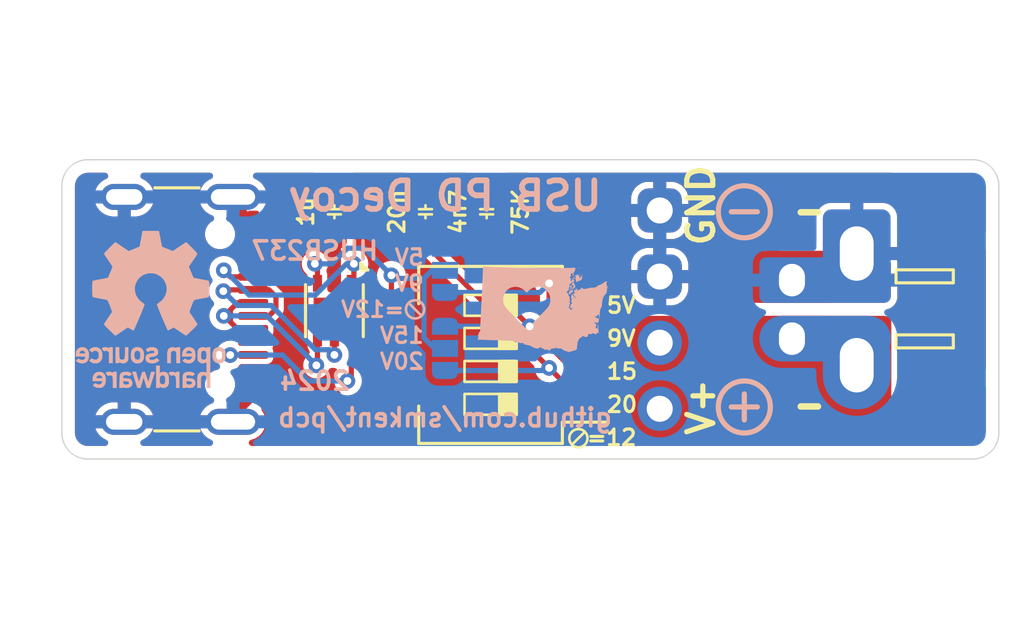
<source format=kicad_pcb>
(kicad_pcb (version 20240108) (generator "pcbnew") (generator_version "8.0")
  (layers (0 "F.Cu" signal) (31 "B.Cu" signal) (34 "B.Paste" user) (35 "F.Paste" user) (36 "B.SilkS" user "B.Silkscreen") (37 "F.SilkS" user "F.Silkscreen") (38 "B.Mask" user) (39 "F.Mask" user) (44 "Edge.Cuts" user))
  (net 0 "")
  (net 1 "VCC")
  (net 2 "Net-(J1-CC1)")
  (net 3 "Net-(J1-CC2)")
  (net 4 "Net-(U1-D-)")
  (net 6 "Net-(U1-D+)")
  (net 8 "15V_SELECT")
  (net 9 "20V_SELECT")
  (net 10 "Net-(JP1-C)")
  (net 11 "9V_SELECT")
  (net 12 "GND")
  (footprint "Package_DFN_QFN:DFN-6-1EP_2x2mm_P0.65mm_EP1x1.6mm" (layer "F.Cu") (at 117 70.05 -90)
    (property "Reference" "U1" (hide yes))
    (property "Value" "HUSB237")
    (pad "1" smd rect (at -1.05 -0.65 270) (size 0.65 0.35) (layers "F.Cu" "F.Paste" "F.Mask") (net 2 "Net-(J1-CC1)"))
    (pad "2" smd rect (at -1.05 0 270) (size 0.65 0.35) (layers "F.Cu" "F.Paste" "F.Mask") (net 1 "VCC"))
    (pad "3" smd rect (at -1.05 0.65 270) (size 0.65 0.35) (layers "F.Cu" "F.Paste" "F.Mask") (net 10 "Net-(JP1-C)"))
    (pad "4" smd rect (at 1.05 0.65 270) (size 0.65 0.35) (layers "F.Cu" "F.Paste" "F.Mask") (net 6 "Net-(U1-D+)"))
    (pad "5" smd rect (at 1.05 0 270) (size 0.65 0.35) (layers "F.Cu" "F.Paste" "F.Mask") (net 4 "Net-(U1-D-)"))
    (pad "6" smd rect (at 1.05 -0.65 270) (size 0.65 0.35) (layers "F.Cu" "F.Paste" "F.Mask") (net 3 "Net-(J1-CC2)"))
    (pad "7" smd rect (at 0 0 270) (size 1 1.6) (layers "F.Cu" "F.Mask") (net 12 "GND"))
  )
  (footprint "custom:Conn_Combo_TerminalBlock_JST-1x02-XH_PH-pad2gnd" (layer "F.Cu") (at 134.58 70 90)
    (property "Reference" "J2" (hide yes))
    (property "Value" "Connectors")
    (pad "1" thru_hole oval (at -2.145 2.4892 90) (size 3.39 2.6) (drill oval 2.09 1.3) (layers "*.Cu" "*.Mask") (net 1 "VCC"))
    (pad "1" smd roundrect (at -1.25 -0.75 90) (size 2 5) (layers "F.Cu" "F.Paste" "F.Mask") (net 1 "VCC"))
    (pad "1" thru_hole oval (at -1.125 0 90) (size 1.75 5.05) (drill oval 1.25 1 (offset 0 1.275)) (layers "*.Cu" "*.Mask") (net 1 "VCC"))
    (pad "2" thru_hole roundrect (at 1.125 0 90) (size 1.75 5.05) (drill oval 1.25 1 (offset 0 1.275)) (layers "*.Cu" "*.Mask") (roundrect_rratio 0.1428571429) (net 12 "GND"))
    (pad "2" smd roundrect (at 1.25 -0.75 90) (size 2 5) (layers "F.Cu" "F.Paste" "F.Mask") (net 12 "GND"))
    (pad "2" thru_hole roundrect (at 2.145 2.4892 90) (size 3.39 2.6) (drill oval 2.09 1.3) (layers "*.Cu" "*.Mask") (roundrect_rratio 0.125) (net 12 "GND"))
    (pad "MP" smd roundrect (at -3.85 5.75 90) (size 2.5 3.4) (layers "F.Cu" "F.Paste" "F.Mask") (roundrect_rratio 0.166667) (net 12 "GND"))
    (pad "MP" smd roundrect (at 3.85 5.75 90) (size 2.5 3.4) (layers "F.Cu" "F.Paste" "F.Mask") (roundrect_rratio 0.166667) (net 12 "GND"))
  )
  (footprint "custom:R_0603_1608Metric_Pad0.98x0.95mm_HandSolder_simple" (layer "F.Cu") (at 125.25 66.25 90)
    (property "Reference" "R1" (hide yes))
    (property "Value" "75K")
    (pad "1" smd roundrect (at -0.9125 0 90) (size 0.975 0.95) (layers "F.Cu" "F.Paste" "F.Mask") (net 11 "9V_SELECT"))
    (pad "2" smd roundrect (at 0.9125 0 90) (size 0.975 0.95) (layers "F.Cu" "F.Paste" "F.Mask") (net 12 "GND"))
  )
  (footprint "custom:C_0603_1608Metric_Pad1.08x0.95mm_HandSolder" (layer "F.Cu") (at 117 66.25 90)
    (property "Reference" "C0" (hide yes))
    (property "Value" "1u")
    (pad "1" smd roundrect (at -0.8625 0 90) (size 1.075 0.95) (layers "F.Cu" "F.Paste" "F.Mask") (net 1 "VCC"))
    (pad "2" smd roundrect (at 0.8625 0 90) (size 1.075 0.95) (layers "F.Cu" "F.Paste" "F.Mask") (net 12 "GND"))
  )
  (footprint "custom:C_0603_1608Metric_Pad1.08x0.95mm_HandSolder" (layer "F.Cu") (at 122.85 66.25 90)
    (property "Reference" "C1" (hide yes))
    (property "Value" "4n7")
    (pad "1" smd roundrect (at -0.8625 0 90) (size 1.075 0.95) (layers "F.Cu" "F.Paste" "F.Mask") (net 8 "15V_SELECT"))
    (pad "2" smd roundrect (at 0.8625 0 90) (size 1.075 0.95) (layers "F.Cu" "F.Paste" "F.Mask") (net 12 "GND"))
  )
  (footprint "connectors:USB-C-Receptacle-16P-TopMount-Horizontal" (layer "F.Cu") (at 110 70 -90)
    (property "Reference" "J1" (hide yes))
    (property "Value" "USB_C_Receptacle_USB2.0_16P")
    (pad "" np_thru_hole circle (at -2.89 -2.605 270) (size 0.65 0.65) (drill 0.65) (layers "F&B.Cu" "*.Mask"))
    (pad "" np_thru_hole circle (at 2.89 -2.605 270) (size 0.65 0.65) (drill 0.65) (layers "F&B.Cu" "*.Mask"))
    (pad "A1" smd roundrect (at -3.2 -3.88 270) (size 0.6 1.15) (layers "F.Cu" "F.Paste" "F.Mask") (net 12 "GND"))
    (pad "A4" smd roundrect (at -2.4 -3.88 270) (size 0.6 1.15) (layers "F.Cu" "F.Paste" "F.Mask") (net 1 "VCC"))
    (pad "A5" smd roundrect (at -1.25 -3.88 270) (size 0.3 1.15) (layers "F.Cu" "F.Paste" "F.Mask") (net 2 "Net-(J1-CC1)"))
    (pad "A6" smd roundrect (at -0.25 -3.88 270) (size 0.3 1.15) (layers "F.Cu" "F.Paste" "F.Mask") (net 6 "Net-(U1-D+)"))
    (pad "A7" smd roundrect (at 0.25 -3.88 270) (size 0.3 1.15) (layers "F.Cu" "F.Paste" "F.Mask") (net 4 "Net-(U1-D-)"))
    (pad "A8" smd roundrect (at 1.25 -3.88 270) (size 0.3 1.15) (layers "F.Cu" "F.Paste" "F.Mask"))
    (pad "A9" smd roundrect (at 2.4 -3.88 270) (size 0.6 1.15) (layers "F.Cu" "F.Paste" "F.Mask") (net 1 "VCC"))
    (pad "A12" smd roundrect (at 3.2 -3.88 270) (size 0.6 1.15) (layers "F.Cu" "F.Paste" "F.Mask") (net 12 "GND"))
    (pad "B1" smd roundrect (at 3.2 -3.88 270) (size 0.6 1.15) (layers "F.Cu" "F.Paste" "F.Mask") (net 12 "GND"))
    (pad "B4" smd roundrect (at 2.4 -3.88 270) (size 0.6 1.15) (layers "F.Cu" "F.Paste" "F.Mask") (net 1 "VCC"))
    (pad "B5" smd roundrect (at 1.75 -3.88 270) (size 0.3 1.15) (layers "F.Cu" "F.Paste" "F.Mask") (net 3 "Net-(J1-CC2)"))
    (pad "B6" smd roundrect (at 0.75 -3.88 270) (size 0.3 1.15) (layers "F.Cu" "F.Paste" "F.Mask") (net 6 "Net-(U1-D+)"))
    (pad "B7" smd roundrect (at -0.75 -3.88 270) (size 0.3 1.15) (layers "F.Cu" "F.Paste" "F.Mask") (net 4 "Net-(U1-D-)"))
    (pad "B8" smd roundrect (at -1.75 -3.88 270) (size 0.3 1.15) (layers "F.Cu" "F.Paste" "F.Mask"))
    (pad "B9" smd roundrect (at -2.4 -3.88 270) (size 0.6 1.15) (layers "F.Cu" "F.Paste" "F.Mask") (net 1 "VCC"))
    (pad "B12" smd roundrect (at -3.2 -3.88 270) (size 0.6 1.15) (layers "F.Cu" "F.Paste" "F.Mask") (net 12 "GND"))
    (pad "S1" thru_hole oval (at -4.32 -3.105 270) (size 1 2.1) (drill oval 0.6 1.7) (layers "*.Cu" "*.Mask" "F.Paste") (net 12 "GND"))
    (pad "S1" thru_hole oval (at -4.32 1.075 270) (size 1 1.8) (drill oval 0.6 1.4) (layers "*.Cu" "*.Mask" "F.Paste") (net 12 "GND"))
    (pad "S1" thru_hole oval (at 4.32 -3.105 270) (size 1 2.1) (drill oval 0.6 1.7) (layers "*.Cu" "*.Mask" "F.Paste") (net 12 "GND"))
    (pad "S1" thru_hole oval (at 4.32 1.075 270) (size 1 1.8) (drill oval 0.6 1.4) (layers "*.Cu" "*.Mask" "F.Paste") (net 12 "GND"))
  )
  (footprint "custom:C_0603_1608Metric_Pad1.08x0.95mm_HandSolder" (layer "F.Cu") (at 120.5 66.25 90)
    (property "Reference" "C2" (hide yes))
    (property "Value" "20n")
    (pad "1" smd roundrect (at -0.8625 0 90) (size 1.075 0.95) (layers "F.Cu" "F.Paste" "F.Mask") (net 9 "20V_SELECT"))
    (pad "2" smd roundrect (at 0.8625 0 90) (size 1.075 0.95) (layers "F.Cu" "F.Paste" "F.Mask") (net 12 "GND"))
  )
  (footprint "aliexpress:SW_DIP_SPSTx04_Slide_P1.27mm" (layer "F.Cu") (at 123 71.75 180)
    (property "Reference" "SW1" (hide yes))
    (property "Value" "DIP switch")
    (pad "1" smd roundrect (at -3.81 -1.905 180) (size 1.27 0.76) (layers "F.Cu" "F.Paste" "F.Mask") (net 9 "20V_SELECT"))
    (pad "2" smd roundrect (at -3.81 -0.635 180) (size 1.27 0.76) (layers "F.Cu" "F.Paste" "F.Mask") (net 8 "15V_SELECT"))
    (pad "3" smd roundrect (at -3.81 0.635 180) (size 1.27 0.76) (layers "F.Cu" "F.Paste" "F.Mask") (net 11 "9V_SELECT"))
    (pad "4" smd roundrect (at -3.81 1.905 180) (size 1.27 0.76) (layers "F.Cu" "F.Paste" "F.Mask") (net 12 "GND"))
    (pad "5" smd roundrect (at 3.81 1.905 180) (size 1.27 0.76) (layers "F.Cu" "F.Paste" "F.Mask") (net 10 "Net-(JP1-C)"))
    (pad "6" smd roundrect (at 3.81 0.635 180) (size 1.27 0.76) (layers "F.Cu" "F.Paste" "F.Mask") (net 10 "Net-(JP1-C)"))
    (pad "7" smd roundrect (at 3.81 -0.635 180) (size 1.27 0.76) (layers "F.Cu" "F.Paste" "F.Mask") (net 10 "Net-(JP1-C)"))
    (pad "8" smd roundrect (at 3.81 -1.905 180) (size 1.27 0.76) (layers "F.Cu" "F.Paste" "F.Mask") (net 10 "Net-(JP1-C)"))
  )
  (footprint "Symbol:OSHW-Logo_5.7x6mm_SilkScreen" (layer "B.Cu") (at 109.95 70 180)
    (property "Reference" "REF**" (hide yes))
    (property "Value" "OSHW-Logo_5.7x6mm_SilkScreen" (hide yes))
  )
  (footprint "graphics:wa-state-heart-5mm" (layer "B.Cu") (at 125 70 180)
    (property "Reference" "G***" (hide yes))
    (property "Value" "LOGO" (hide yes))
  )
  (footprint "custom:SolderJumper-3_P1.0mm_Open_RoundedPad_simple" (layer "B.Cu") (at 121.25 68.5 90)
    (property "Reference" "JP1" (hide yes))
    (property "Value" "Solder Jumpers")
    (pad "1" smd custom (at -0.85 0 90) (size 0.65 0.5) (layers "B.Cu" "B.Mask") (net 11 "9V_SELECT") (options (clearance outline) (anchor rect)) (primitives (gr_circle (center -0.075 -0.25) (end 0.175 -0.25) (width 0) (fill yes)) (gr_rect (start -0.075 -0.5) (end 0.325 0.5) (width 0) (fill yes)) (gr_circle (center -0.075 0.25) (end 0.175 0.25) (width 0) (fill yes))))
    (pad "2" smd rect (at 0 0 90) (size 0.65 1) (layers "B.Cu" "B.Mask") (net 10 "Net-(JP1-C)"))
    (pad "3" smd custom (at 0.85 0 270) (size 0.65 0.5) (layers "B.Cu" "B.Mask") (net 12 "GND") (options (clearance outline) (anchor rect)) (primitives (gr_circle (center -0.075 0.25) (end 0.175 0.25) (width 0) (fill yes)) (gr_rect (start -0.075 -0.5) (end 0.325 0.5) (width 0) (fill yes)) (gr_circle (center -0.075 -0.25) (end 0.175 -0.25) (width 0) (fill yes))))
  )
  (footprint "custom:SolderJumper-3_P1.0mm_Open_RoundedPad_simple" (layer "B.Cu") (at 121.25 71.5 90)
    (property "Reference" "JP2" (hide yes))
    (property "Value" "Solder Jumpers")
    (pad "1" smd custom (at -0.85 0 90) (size 0.65 0.5) (layers "B.Cu" "B.Mask") (net 9 "20V_SELECT") (options (clearance outline) (anchor rect)) (primitives (gr_circle (center -0.075 -0.25) (end 0.175 -0.25) (width 0) (fill yes)) (gr_rect (start -0.075 -0.5) (end 0.325 0.5) (width 0) (fill yes)) (gr_circle (center -0.075 0.25) (end 0.175 0.25) (width 0) (fill yes))))
    (pad "2" smd rect (at 0 0 90) (size 0.65 1) (layers "B.Cu" "B.Mask") (net 10 "Net-(JP1-C)"))
    (pad "3" smd custom (at 0.85 0 270) (size 0.65 0.5) (layers "B.Cu" "B.Mask") (net 8 "15V_SELECT") (options (clearance outline) (anchor rect)) (primitives (gr_circle (center -0.075 0.25) (end 0.175 0.25) (width 0) (fill yes)) (gr_rect (start -0.075 -0.5) (end 0.325 0.5) (width 0) (fill yes)) (gr_circle (center -0.075 -0.25) (end 0.175 -0.25) (width 0) (fill yes))))
  )
  (footprint "custom:PinHeader_1x04_P2.54mm_Vertical_simple_pad3,4gnd" (layer "B.Cu") (at 129.5 73.82)
    (property "Reference" "J3" (hide yes))
    (property "Value" "Pin headers")
    (pad "1" thru_hole oval (at 0 0) (size 1.7 1.7) (drill 1) (layers "*.Cu" "*.Mask") (net 1 "VCC"))
    (pad "2" thru_hole oval (at 0 -2.54) (size 1.7 1.7) (drill 1) (layers "*.Cu" "*.Mask") (net 1 "VCC"))
    (pad "3" thru_hole roundrect (at 0 -5.08) (size 1.7 1.7) (drill 1) (layers "*.Cu" "*.Mask") (net 12 "GND"))
    (pad "4" thru_hole roundrect (at 0 -7.62) (size 1.7 1.7) (drill 1) (layers "*.Cu" "*.Mask") (net 12 "GND"))
  )
  (gr_line (start 119.9 69.8) (end 120.3 70.2) (stroke (width 0.1)) (layer "B.SilkS"))
  (gr_line (start 133.25 66.25) (end 132.25 66.25) (stroke (width 0.2)) (layer "B.SilkS"))
  (gr_line (start 133.25 73.75) (end 132.25 73.75) (stroke (width 0.2)) (layer "B.SilkS"))
  (gr_circle (center 132.75 73.75) (end 132.75 74.75) (stroke (width 0.2)) (fill none) (layer "B.SilkS"))
  (gr_circle (center 120.1 70) (end 119.75 70) (stroke (width 0.1)) (fill none) (layer "B.SilkS"))
  (gr_line (start 132.75 73.25) (end 132.75 74.25) (stroke (width 0.2)) (layer "B.SilkS"))
  (gr_circle (center 132.75 66.25) (end 132.75 67.25) (stroke (width 0.2)) (fill none) (layer "B.SilkS"))
  (gr_circle (center 126.375 74.95) (end 126.725 74.95) (stroke (width 0.1)) (fill none) (layer "F.SilkS"))
  (gr_line (start 126.575 74.75) (end 126.175 75.15) (stroke (width 0.1)) (layer "F.SilkS"))
  (gr_line (start 141.53 75.75) (end 107.53 75.75) (stroke (width 0.05)) (layer "Edge.Cuts"))
  (gr_arc (start 106.53 65.25) (mid 106.822893 64.542893) (end 107.53 64.25) (stroke (width 0.05)) (layer "Edge.Cuts"))
  (gr_line (start 107.53 64.25) (end 141.53 64.25) (stroke (width 0.05)) (layer "Edge.Cuts"))
  (gr_arc (start 107.53 75.75) (mid 106.822893 75.457107) (end 106.53 74.75) (stroke (width 0.05)) (layer "Edge.Cuts"))
  (gr_line (start 106.53 74.75) (end 106.53 65.25) (stroke (width 0.05)) (layer "Edge.Cuts"))
  (gr_arc (start 142.53 74.75) (mid 142.237107 75.457107) (end 141.53 75.75) (stroke (width 0.05)) (layer "Edge.Cuts"))
  (gr_arc (start 141.53 64.25) (mid 142.237107 64.542893) (end 142.53 65.25) (stroke (width 0.05)) (layer "Edge.Cuts"))
  (gr_line (start 142.53 65.25) (end 142.53 74.75) (stroke (width 0.05)) (layer "Edge.Cuts"))
  (gr_text "15V" (at 120.5 71 0) (layer "B.SilkS") (effects (font (size 0.6 0.6) (thickness 0.12) (bold yes)) (justify left mirror)))
  (gr_text "github.com/smkent/pcb" (at 121.25 73.75 0) (layer "B.SilkS") (effects (font (size 0.7 0.7) (thickness 0.14) (bold yes)) (justify top mirror)))
  (gr_text "2024" (at 116.25 72.75 0) (layer "B.SilkS") (effects (font (size 0.7 0.7) (thickness 0.14) (bold yes)) (justify mirror)))
  (gr_text "9V" (at 120.5 69 0) (layer "B.SilkS") (effects (font (size 0.6 0.6) (thickness 0.12) (bold yes)) (justify left mirror)))
  (gr_text "=12V" (at 119.75 70 0) (layer "B.SilkS") (effects (font (size 0.6 0.6) (thickness 0.12) (bold yes)) (justify left mirror)))
  (gr_text "5V" (at 120.5 68 0) (layer "B.SilkS") (effects (font (size 0.6 0.6) (thickness 0.12) (bold yes)) (justify left mirror)))
  (gr_text "USB PD Decoy" (at 121.25 65 0) (layer "B.SilkS") (effects (font (size 1.1 1.1) (thickness 0.22) (bold yes)) (justify top mirror)))
  (gr_text "20V" (at 120.5 72 0) (layer "B.SilkS") (effects (font (size 0.6 0.6) (thickness 0.12) (bold yes)) (justify left mirror)))
  (gr_text "HUSB237" (at 116.25 67.75 0) (layer "B.SilkS") (effects (font (size 0.7 0.7) (thickness 0.14) (bold yes)) (justify mirror)))
  (gr_text "20n" (at 119.75 66.25 90) (layer "F.SilkS") (effects (font (size 0.6 0.6) (thickness 0.12) (bold yes)) (justify bottom)))
  (gr_text "4n7" (at 122.1 66.25 90) (layer "F.SilkS") (effects (font (size 0.6 0.6) (thickness 0.12) (bold yes)) (justify bottom)))
  (gr_text "9V" (at 127.4 71.115 0) (layer "F.SilkS") (effects (font (size 0.6 0.6) (thickness 0.12) (bold yes)) (justify left)))
  (gr_text "20" (at 127.4 73.655 0) (layer "F.SilkS") (effects (font (size 0.6 0.6) (thickness 0.12) (bold yes)) (justify left)))
  (gr_text "GND" (at 130.5 66 90) (layer "F.SilkS") (effects (font (size 1 1) (thickness 0.2) (bold yes)) (justify top)))
  (gr_text "=12" (at 128.675 74.925 0) (layer "F.SilkS") (effects (font (size 0.6 0.6) (thickness 0.12) (bold yes)) (justify right)))
  (gr_text "15" (at 127.4 72.385 0) (layer "F.SilkS") (effects (font (size 0.6 0.6) (thickness 0.12) (bold yes)) (justify left)))
  (gr_text "V+" (at 130.5 73.75 90) (layer "F.SilkS") (effects (font (size 1 1) (thickness 0.2) (bold yes)) (justify top)))
  (gr_text "75K" (at 124.5 66.25 90) (layer "F.SilkS") (effects (font (size 0.6 0.6) (thickness 0.12) (bold yes)) (justify bottom)))
  (gr_text "5V" (at 127.4 69.845 0) (layer "F.SilkS") (effects (font (size 0.6 0.6) (thickness 0.12) (bold yes)) (justify left)))
  (gr_text "1u" (at 116.25 66.25 90) (layer "F.SilkS") (effects (font (size 0.6 0.6) (thickness 0.12) (bold yes)) (justify bottom)))
  (segment (start 117 67.1125) (end 117 69) (width 0.5) (layer "F.Cu") (net 1))
  (segment (start 117.75 68.25) (end 117.75 68.9) (width 0.2) (layer "F.Cu") (net 2))
  (segment (start 117.75 68.9) (end 117.65 69) (width 0.2) (layer "F.Cu") (net 2))
  (segment (start 113 68.75) (end 112.75 68.5) (width 0.2) (layer "F.Cu") (net 2))
  (segment (start 113.88 68.75) (end 113 68.75) (width 0.2) (layer "F.Cu") (net 2))
  (via (at 117.75 68.25) (size 0.6) (drill 0.3) (layers "F.Cu" "B.Cu") (net 2))
  (via (at 112.75 68.5) (size 0.6) (drill 0.3) (layers "F.Cu" "B.Cu") (net 2))
  (segment (start 113.730109 69.45) (end 116.267157 69.45) (width 0.2) (layer "B.Cu") (net 2))
  (segment (start 112.75 68.5) (end 112.780109 68.5) (width 0.2) (layer "B.Cu") (net 2))
  (segment (start 117.467157 68.25) (end 117.75 68.25) (width 0.2) (layer "B.Cu") (net 2))
  (segment (start 116.267157 69.45) (end 117.467157 68.25) (width 0.2) (layer "B.Cu") (net 2))
  (segment (start 112.780109 68.5) (end 113.730109 69.45) (width 0.2) (layer "B.Cu") (net 2))
  (segment (start 112.995828 71.754618) (end 113.000446 71.75) (width 0.2) (layer "F.Cu") (net 3))
  (segment (start 113.000446 71.75) (end 113.88 71.75) (width 0.2) (layer "F.Cu") (net 3))
  (segment (start 117.65 72.6) (end 117.5 72.75) (width 0.2) (layer "F.Cu") (net 3))
  (segment (start 117.65 71.1) (end 117.65 72.6) (width 0.2) (layer "F.Cu") (net 3))
  (via (at 117.5 72.75) (size 0.6) (drill 0.3) (layers "F.Cu" "B.Cu") (net 3))
  (via (at 112.995828 71.754618) (size 0.6) (drill 0.3) (layers "F.Cu" "B.Cu") (net 3))
  (segment (start 116 72.75) (end 117.5 72.75) (width 0.2) (layer "B.Cu") (net 3))
  (segment (start 115.004618 71.754618) (end 116 72.75) (width 0.2) (layer "B.Cu") (net 3))
  (segment (start 112.995828 71.754618) (end 115.004618 71.754618) (width 0.2) (layer "B.Cu") (net 3))
  (segment (start 113.88 69.25) (end 112.78115 69.25) (width 0.2) (layer "F.Cu") (net 4))
  (segment (start 113.88 69.25) (end 114.48741 69.25) (width 0.2) (layer "F.Cu") (net 4))
  (segment (start 114.755 69.51759) (end 114.755 69.98241) (width 0.2) (layer "F.Cu") (net 4))
  (segment (start 114.48741 70.25) (end 113.88 70.25) (width 0.2) (layer "F.Cu") (net 4))
  (segment (start 117 71.75) (end 117 71.1) (width 0.2) (layer "F.Cu") (net 4))
  (segment (start 112.78115 69.25) (end 112.731365 69.299785) (width 0.2) (layer "F.Cu") (net 4))
  (segment (start 114.755 69.98241) (end 114.48741 70.25) (width 0.2) (layer "F.Cu") (net 4))
  (segment (start 114.48741 69.25) (end 114.755 69.51759) (width 0.2) (layer "F.Cu") (net 4))
  (via (at 117 71.75) (size 0.6) (drill 0.3) (layers "F.Cu" "B.Cu") (net 4))
  (via (at 112.731365 69.299785) (size 0.6) (drill 0.3) (layers "F.Cu" "B.Cu") (net 4))
  (segment (start 116.272865 71.55) (end 114.572865 69.85) (width 0.2) (layer "B.Cu") (net 4))
  (segment (start 117 71.75) (end 116.8 71.55) (width 0.2) (layer "B.Cu") (net 4))
  (segment (start 114.572865 69.85) (end 113.28158 69.85) (width 0.2) (layer "B.Cu") (net 4))
  (segment (start 116.8 71.55) (end 116.272865 71.55) (width 0.2) (layer "B.Cu") (net 4))
  (segment (start 113.28158 69.85) (end 112.731365 69.299785) (width 0.2) (layer "B.Cu") (net 4))
  (segment (start 113.88 70.75) (end 113.27259 70.75) (width 0.2) (layer "F.Cu") (net 6))
  (segment (start 113.005 70.25) (end 112.75 70.25) (width 0.2) (layer "F.Cu") (net 6))
  (segment (start 116.35 72.107179) (end 116.307179 72.15) (width 0.2) (layer "F.Cu") (net 6))
  (segment (start 113.005 70.48241) (end 113.005 70.25) (width 0.2) (layer "F.Cu") (net 6))
  (segment (start 113.005 70.01759) (end 113.27259 69.75) (width 0.2) (layer "F.Cu") (net 6))
  (segment (start 113.005 70.25) (end 113.005 70.01759) (width 0.2) (layer "F.Cu") (net 6))
  (segment (start 113.27259 69.75) (end 113.88 69.75) (width 0.2) (layer "F.Cu") (net 6))
  (segment (start 113.27259 70.75) (end 113.005 70.48241) (width 0.2) (layer "F.Cu") (net 6))
  (segment (start 116.35 71.1) (end 116.35 72.107179) (width 0.2) (layer "F.Cu") (net 6))
  (via (at 116.307179 72.15) (size 0.6) (drill 0.3) (layers "F.Cu" "B.Cu") (net 6))
  (via (at 112.75 70.25) (size 0.6) (drill 0.3) (layers "F.Cu" "B.Cu") (net 6))
  (segment (start 114.407179 70.25) (end 112.75 70.25) (width 0.2) (layer "B.Cu") (net 6))
  (segment (start 116.307179 72.15) (end 114.407179 70.25) (width 0.2) (layer "B.Cu") (net 6))
  (segment (start 122.85 69.00147) (end 122.85 67.1125) (width 0.2) (layer "F.Cu") (net 8))
  (segment (start 124.5 70.65147) (end 122.85 69.00147) (width 0.2) (layer "F.Cu") (net 8))
  (segment (start 124.5 70.65147) (end 126.23353 72.385) (width 0.2) (layer "F.Cu") (net 8))
  (segment (start 126.23353 72.385) (end 126.81 72.385) (width 0.2) (layer "F.Cu") (net 8))
  (via (at 124.5 70.65147) (size 0.6) (drill 0.3) (layers "F.Cu" "B.Cu") (net 8))
  (segment (start 124.49853 70.65) (end 121.25 70.65) (width 0.2) (layer "B.Cu") (net 8))
  (segment (start 124.5 70.65147) (end 124.49853 70.65) (width 0.2) (layer "B.Cu") (net 8))
  (segment (start 120.5 67.499999) (end 120.5 67.1125) (width 0.2) (layer "F.Cu") (net 9))
  (segment (start 125.25 72.249999) (end 120.5 67.499999) (width 0.2) (layer "F.Cu") (net 9))
  (segment (start 125.25 72.25) (end 126.655 73.655) (width 0.2) (layer "F.Cu") (net 9))
  (segment (start 125.25 72.25) (end 125.25 72.249999) (width 0.2) (layer "F.Cu") (net 9))
  (segment (start 126.655 73.655) (end 126.81 73.655) (width 0.2) (layer "F.Cu") (net 9))
  (via (at 125.25 72.25) (size 0.6) (drill 0.3) (layers "F.Cu" "B.Cu") (net 9))
  (segment (start 125.15 72.35) (end 121.25 72.35) (width 0.2) (layer "B.Cu") (net 9))
  (segment (start 125.25 72.25) (end 125.15 72.35) (width 0.2) (layer "B.Cu") (net 9))
  (segment (start 116.35 69) (end 116.35 68.35) (width 0.2) (layer "F.Cu") (net 10))
  (segment (start 119.19 68.69) (end 119.19 69.845) (width 0.2) (layer "F.Cu") (net 10))
  (segment (start 116.35 68.35) (end 116.25 68.25) (width 0.2) (layer "F.Cu") (net 10))
  (segment (start 119.19 69.845) (end 119.19 73.655) (width 0.2) (layer "F.Cu") (net 10))
  (via (at 119.19 68.69) (size 0.6) (drill 0.3) (layers "F.Cu" "B.Cu") (net 10))
  (via (at 116.25 68.25) (size 0.6) (drill 0.3) (layers "F.Cu" "B.Cu") (net 10))
  (segment (start 119.309802 68.809802) (end 119.19 68.69) (width 0.2) (layer "B.Cu") (net 10))
  (segment (start 120.440198 68.809802) (end 120.75 68.5) (width 0.2) (layer "B.Cu") (net 10))
  (segment (start 117.501471 67.65) (end 116.901471 68.25) (width 0.2) (layer "B.Cu") (net 10))
  (segment (start 120.440198 71.096534) (end 120.440198 68.809802) (width 0.2) (layer "B.Cu") (net 10))
  (segment (start 120.440198 68.809802) (end 119.309802 68.809802) (width 0.2) (layer "B.Cu") (net 10))
  (segment (start 120.75 68.5) (end 121.25 68.5) (width 0.2) (layer "B.Cu") (net 10))
  (segment (start 121.25 71.5) (end 120.843664 71.5) (width 0.2) (layer "B.Cu") (net 10))
  (segment (start 120.843664 71.5) (end 120.440198 71.096534) (width 0.2) (layer "B.Cu") (net 10))
  (segment (start 116.901471 68.25) (end 116.25 68.25) (width 0.2) (layer "B.Cu") (net 10))
  (segment (start 119.19 68.69) (end 118.15 67.65) (width 0.2) (layer "B.Cu") (net 10))
  (segment (start 118.15 67.65) (end 117.501471 67.65) (width 0.2) (layer "B.Cu") (net 10))
  (segment (start 126.115 71.115) (end 126.81 71.115) (width 0.2) (layer "F.Cu") (net 11))
  (segment (start 125.25 69) (end 125.25 67.1625) (width 0.2) (layer "F.Cu") (net 11))
  (segment (start 125.25 70.25) (end 126.115 71.115) (width 0.2) (layer "F.Cu") (net 11))
  (segment (start 125.25 69) (end 125.25 70.25) (width 0.2) (layer "F.Cu") (net 11))
  (via (at 125.25 69) (size 0.6) (drill 0.3) (layers "F.Cu" "B.Cu") (net 11))
  (segment (start 124.9 69.35) (end 121.25 69.35) (width 0.2) (layer "B.Cu") (net 11))
  (segment (start 125.25 69) (end 124.9 69.35) (width 0.2) (layer "B.Cu") (net 11))
  (segment (start 113.105 66.025) (end 113.88 66.8) (width 0.5) (layer "F.Cu") (net 12))
  (segment (start 139.43 65.25) (end 136.75 65.25) (width 0.2) (layer "F.Cu") (net 12))
  (segment (start 113.105 73.975) (end 113.88 73.2) (width 0.5) (layer "F.Cu") (net 12))
  (segment (start 113.105 65.68) (end 113.105 66.025) (width 0.5) (layer "F.Cu") (net 12))
  (segment (start 140.33 66.15) (end 139.43 65.25) (width 0.2) (layer "F.Cu") (net 12))
  (segment (start 113.105 74.32) (end 113.105 73.975) (width 0.5) (layer "F.Cu") (net 12))
  (zone (net 1) (net_name "VCC") (layer "F.Cu") (priority 1) (connect_pads yes (clearance 0)) (min_thickness 0.25) (fill yes (thermal_gap 0.5) (thermal_bridge_width 0.5) (smoothing fillet) (radius 0.25))
    (polygon (pts (xy 138.4 70.25) (xy 128 70.25) (xy 128 73.5) (xy 127.25 74.25) (xy 118 74.25) (xy 117.25 73.5) (xy 117.25 66.75) (xy 115.5 66.75) (xy 115 67.25) (xy 113.5 67.25) (xy 113.5 75.5) (xy 138.4 75.5)))
  )
  (zone (net 12) (net_name "GND") (layers "F&B.Cu") (connect_pads (clearance 0.25)) (min_thickness 0.25) (fill yes (thermal_gap 0.25) (thermal_bridge_width 0.5))
    (polygon (pts (xy 106 63.5) (xy 143.5 63.5) (xy 143.5 76.5) (xy 106 76.5)))
  )
)
</source>
